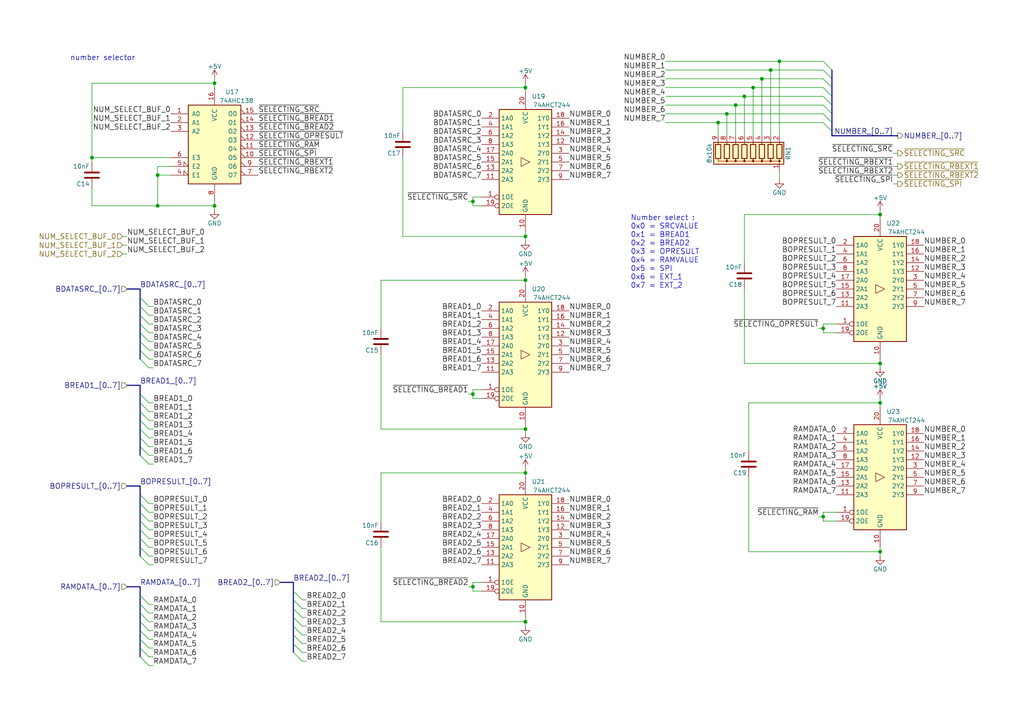
<source format=kicad_sch>
(kicad_sch (version 20230121) (generator eeschema)
  (paper "A4")
  (title_block (title "GP8B") (date "2022-07-08") (rev "V6.0") (company "Guillaume Guillet") (comment 1 "Copyright Guillaume Guillet 2022") (comment 2 "Licensed under CERN-OHL-W v2 or later"))
  (lib_symbols
    (symbol "74xx:74AHCT244"
      (property "Reference" "U" (at -7.62 16.51 0))
      (property "Value" "74AHCT244" (at -7.62 -16.51 0))
      (symbol "74AHCT244_1_0"
        (polyline (pts (xy 1.27 0) (xy -1.27 1.27) (xy -1.27 -1.27) (xy 1.27 0)) (stroke (width 0.1524)))
        (pin input inverted (at -12.7 -10.16 0) (length 5.08) (name "1OE") (number "1"))
        (pin power_in line (at 0 -20.32 90) (length 5.08) (name "GND") (number "10"))
        (pin input line (at -12.7 -5.08 0) (length 5.08) (name "2A3") (number "11"))
        (pin tri_state line (at 12.7 5.08 180) (length 5.08) (name "1Y3") (number "12"))
        (pin input line (at -12.7 -2.54 0) (length 5.08) (name "2A2") (number "13"))
        (pin tri_state line (at 12.7 7.62 180) (length 5.08) (name "1Y2") (number "14"))
        (pin input line (at -12.7 0 0) (length 5.08) (name "2A1") (number "15"))
        (pin tri_state line (at 12.7 10.16 180) (length 5.08) (name "1Y1") (number "16"))
        (pin input line (at -12.7 2.54 0) (length 5.08) (name "2A0") (number "17"))
        (pin tri_state line (at 12.7 12.7 180) (length 5.08) (name "1Y0") (number "18"))
        (pin input inverted (at -12.7 -12.7 0) (length 5.08) (name "2OE") (number "19"))
        (pin input line (at -12.7 12.7 0) (length 5.08) (name "1A0") (number "2"))
        (pin power_in line (at 0 20.32 270) (length 5.08) (name "VCC") (number "20"))
        (pin tri_state line (at 12.7 2.54 180) (length 5.08) (name "2Y0") (number "3"))
        (pin input line (at -12.7 10.16 0) (length 5.08) (name "1A1") (number "4"))
        (pin tri_state line (at 12.7 0 180) (length 5.08) (name "2Y1") (number "5"))
        (pin input line (at -12.7 7.62 0) (length 5.08) (name "1A2") (number "6"))
        (pin tri_state line (at 12.7 -2.54 180) (length 5.08) (name "2Y2") (number "7"))
        (pin input line (at -12.7 5.08 0) (length 5.08) (name "1A3") (number "8"))
        (pin tri_state line (at 12.7 -5.08 180) (length 5.08) (name "2Y3") (number "9"))
      )
      (symbol "74AHCT244_1_1"
        (rectangle (start -7.62 15.24) (end 7.62 -15.24) (stroke (width 0.254)) (fill (type background)))
      )
    )
    (symbol "74xx:74LS138" (pin_names (offset 1.016))
      (property "Reference" "U" (at -7.62 11.43 0))
      (property "Value" "74LS138" (at -7.62 -13.97 0))
      (symbol "74LS138_1_0"
        (pin input line (at -12.7 7.62 0) (length 5.08) (name "A0") (number "1"))
        (pin output output_low (at 12.7 -5.08 180) (length 5.08) (name "O5") (number "10"))
        (pin output output_low (at 12.7 -2.54 180) (length 5.08) (name "O4") (number "11"))
        (pin output output_low (at 12.7 0 180) (length 5.08) (name "O3") (number "12"))
        (pin output output_low (at 12.7 2.54 180) (length 5.08) (name "O2") (number "13"))
        (pin output output_low (at 12.7 5.08 180) (length 5.08) (name "O1") (number "14"))
        (pin output output_low (at 12.7 7.62 180) (length 5.08) (name "O0") (number "15"))
        (pin power_in line (at 0 15.24 270) (length 5.08) (name "VCC") (number "16"))
        (pin input line (at -12.7 5.08 0) (length 5.08) (name "A1") (number "2"))
        (pin input line (at -12.7 2.54 0) (length 5.08) (name "A2") (number "3"))
        (pin input input_low (at -12.7 -10.16 0) (length 5.08) (name "E1") (number "4"))
        (pin input input_low (at -12.7 -7.62 0) (length 5.08) (name "E2") (number "5"))
        (pin input line (at -12.7 -5.08 0) (length 5.08) (name "E3") (number "6"))
        (pin output output_low (at 12.7 -10.16 180) (length 5.08) (name "O7") (number "7"))
        (pin power_in line (at 0 -17.78 90) (length 5.08) (name "GND") (number "8"))
        (pin output output_low (at 12.7 -7.62 180) (length 5.08) (name "O6") (number "9"))
      )
      (symbol "74LS138_1_1"
        (rectangle (start -7.62 10.16) (end 7.62 -12.7) (stroke (width 0.254)) (fill (type background)))
      )
    )
    (symbol "Device:C" (pin_numbers hide) (pin_names (offset 0.254))
      (property "Reference" "C" (at 0.635 2.54 0))
      (property "Value" "C" (at 0.635 -2.54 0))
      (symbol "C_0_1"
        (polyline (pts (xy -2.032 -0.762) (xy 2.032 -0.762)) (stroke (width 0.508)))
        (polyline (pts (xy -2.032 0.762) (xy 2.032 0.762)) (stroke (width 0.508)))
      )
      (symbol "C_1_1"
        (pin passive line (at 0 3.81 270) (length 2.794) (name "~") (number "1"))
        (pin passive line (at 0 -3.81 90) (length 2.794) (name "~") (number "2"))
      )
    )
    (symbol "Device:R_Network08" (pin_names (offset 0) hide)
      (property "Reference" "RN" (at -12.7 0 90))
      (property "Value" "R_Network08" (at 10.16 0 90))
      (symbol "R_Network08_0_1"
        (rectangle (start -11.43 -3.175) (end 8.89 3.175) (stroke (width 0.254)) (fill (type background)))
        (rectangle (start -10.922 1.524) (end -9.398 -2.54) (stroke (width 0.254)))
        (circle (center -10.16 2.286) (radius 0.254) (fill (type outline)))
        (rectangle (start -8.382 1.524) (end -6.858 -2.54) (stroke (width 0.254)))
        (circle (center -7.62 2.286) (radius 0.254) (fill (type outline)))
        (rectangle (start -5.842 1.524) (end -4.318 -2.54) (stroke (width 0.254)))
        (circle (center -5.08 2.286) (radius 0.254) (fill (type outline)))
        (rectangle (start -3.302 1.524) (end -1.778 -2.54) (stroke (width 0.254)))
        (circle (center -2.54 2.286) (radius 0.254) (fill (type outline)))
        (rectangle (start -0.762 1.524) (end 0.762 -2.54) (stroke (width 0.254)))
        (polyline (pts (xy -10.16 -2.54) (xy -10.16 -3.81)))
        (polyline (pts (xy -7.62 -2.54) (xy -7.62 -3.81)))
        (polyline (pts (xy -5.08 -2.54) (xy -5.08 -3.81)))
        (polyline (pts (xy -2.54 -2.54) (xy -2.54 -3.81)))
        (polyline (pts (xy 0 -2.54) (xy 0 -3.81)))
        (polyline (pts (xy 2.54 -2.54) (xy 2.54 -3.81)))
        (polyline (pts (xy 5.08 -2.54) (xy 5.08 -3.81)))
        (polyline (pts (xy 7.62 -2.54) (xy 7.62 -3.81)))
        (polyline (pts (xy -10.16 1.524) (xy -10.16 2.286) (xy -7.62 2.286) (xy -7.62 1.524)))
        (polyline (pts (xy -7.62 1.524) (xy -7.62 2.286) (xy -5.08 2.286) (xy -5.08 1.524)))
        (polyline (pts (xy -5.08 1.524) (xy -5.08 2.286) (xy -2.54 2.286) (xy -2.54 1.524)))
        (polyline (pts (xy -2.54 1.524) (xy -2.54 2.286) (xy 0 2.286) (xy 0 1.524)))
        (polyline (pts (xy 0 1.524) (xy 0 2.286) (xy 2.54 2.286) (xy 2.54 1.524)))
        (polyline (pts (xy 2.54 1.524) (xy 2.54 2.286) (xy 5.08 2.286) (xy 5.08 1.524)))
        (polyline (pts (xy 5.08 1.524) (xy 5.08 2.286) (xy 7.62 2.286) (xy 7.62 1.524)))
        (circle (center 0 2.286) (radius 0.254) (fill (type outline)))
        (rectangle (start 1.778 1.524) (end 3.302 -2.54) (stroke (width 0.254)))
        (circle (center 2.54 2.286) (radius 0.254) (fill (type outline)))
        (rectangle (start 4.318 1.524) (end 5.842 -2.54) (stroke (width 0.254)))
        (circle (center 5.08 2.286) (radius 0.254) (fill (type outline)))
        (rectangle (start 6.858 1.524) (end 8.382 -2.54) (stroke (width 0.254)))
      )
      (symbol "R_Network08_1_1"
        (pin passive line (at -10.16 5.08 270) (length 2.54) (name "common") (number "1"))
        (pin passive line (at -10.16 -5.08 90) (length 1.27) (name "R1") (number "2"))
        (pin passive line (at -7.62 -5.08 90) (length 1.27) (name "R2") (number "3"))
        (pin passive line (at -5.08 -5.08 90) (length 1.27) (name "R3") (number "4"))
        (pin passive line (at -2.54 -5.08 90) (length 1.27) (name "R4") (number "5"))
        (pin passive line (at 0 -5.08 90) (length 1.27) (name "R5") (number "6"))
        (pin passive line (at 2.54 -5.08 90) (length 1.27) (name "R6") (number "7"))
        (pin passive line (at 5.08 -5.08 90) (length 1.27) (name "R7") (number "8"))
        (pin passive line (at 7.62 -5.08 90) (length 1.27) (name "R8") (number "9"))
      )
    )
    (symbol "power:+5V" (power) (pin_names (offset 0))
      (property "Value" "+5V" (at 0 3.556 0))
      (symbol "+5V_0_1"
        (polyline (pts (xy -0.762 1.27) (xy 0 2.54)))
        (polyline (pts (xy 0 0) (xy 0 2.54)))
        (polyline (pts (xy 0 2.54) (xy 0.762 1.27)))
      )
      (symbol "+5V_1_1"
        (pin power_in line (at 0 0 90) (length 0) hide (name "+5V") (number "1"))
      )
    )
    (symbol "power:GND" (power) (pin_names (offset 0))
      (property "Value" "GND" (at 0 -3.81 0))
      (symbol "GND_0_1"
        (polyline (pts (xy 0 0) (xy 0 -1.27) (xy 1.27 -1.27) (xy 0 -2.54) (xy -1.27 -1.27) (xy 0 -1.27)))
      )
      (symbol "GND_1_1"
        (pin power_in line (at 0 0 270) (length 0) hide (name "GND") (number "1"))
      )
    )
  )
  (junction (at 152.4 124.46))
  (junction (at 62.23 59.69))
  (junction (at 226.06 17.78))
  (junction (at 152.4 137.16))
  (junction (at 215.9 27.94))
  (junction (at 213.36 30.48))
  (junction (at 152.4 180.34))
  (junction (at 223.52 20.32))
  (junction (at 210.82 33.02))
  (junction (at 255.27 62.23))
  (junction (at 152.4 81.28))
  (junction (at 137.16 114.3))
  (junction (at 255.27 105.41))
  (junction (at 238.76 95.25))
  (junction (at 62.23 24.13))
  (junction (at 26.67 45.72))
  (junction (at 238.76 149.86))
  (junction (at 208.28 35.56))
  (junction (at 152.4 68.58))
  (junction (at 152.4 25.4))
  (junction (at 255.27 116.84))
  (junction (at 255.27 160.02))
  (junction (at 45.72 59.69))
  (junction (at 137.16 58.42))
  (junction (at 45.72 50.8))
  (junction (at 220.98 22.86))
  (junction (at 218.44 25.4))
  (junction (at 137.16 170.18))
  (bus_entry (at 40.64 172.72) (size 2.54 2.54))
  (bus_entry (at 40.64 124.46) (size 2.54 2.54))
  (bus_entry (at 40.64 146.05) (size 2.54 2.54))
  (bus_entry (at 85.09 189.23) (size 2.54 2.54))
  (bus_entry (at 40.64 104.14) (size 2.54 2.54))
  (bus_entry (at 40.64 93.98) (size 2.54 2.54))
  (bus_entry (at 40.64 116.84) (size 2.54 2.54))
  (bus_entry (at 40.64 114.3) (size 2.54 2.54))
  (bus_entry (at 40.64 96.52) (size 2.54 2.54))
  (bus_entry (at 85.09 173.99) (size 2.54 2.54))
  (bus_entry (at 40.64 185.42) (size 2.54 2.54))
  (bus_entry (at 40.64 119.38) (size 2.54 2.54))
  (bus_entry (at 238.76 30.48) (size 2.54 2.54))
  (bus_entry (at 40.64 132.08) (size 2.54 2.54))
  (bus_entry (at 40.64 158.75) (size 2.54 2.54))
  (bus_entry (at 85.09 186.69) (size 2.54 2.54))
  (bus_entry (at 85.09 181.61) (size 2.54 2.54))
  (bus_entry (at 40.64 101.6) (size 2.54 2.54))
  (bus_entry (at 40.64 177.8) (size 2.54 2.54))
  (bus_entry (at 40.64 151.13) (size 2.54 2.54))
  (bus_entry (at 40.64 127) (size 2.54 2.54))
  (bus_entry (at 85.09 179.07) (size 2.54 2.54))
  (bus_entry (at 40.64 129.54) (size 2.54 2.54))
  (bus_entry (at 40.64 182.88) (size 2.54 2.54))
  (bus_entry (at 238.76 17.78) (size 2.54 2.54))
  (bus_entry (at 238.76 33.02) (size 2.54 2.54))
  (bus_entry (at 40.64 121.92) (size 2.54 2.54))
  (bus_entry (at 40.64 148.59) (size 2.54 2.54))
  (bus_entry (at 40.64 88.9) (size 2.54 2.54))
  (bus_entry (at 40.64 153.67) (size 2.54 2.54))
  (bus_entry (at 85.09 176.53) (size 2.54 2.54))
  (bus_entry (at 40.64 187.96) (size 2.54 2.54))
  (bus_entry (at 238.76 35.56) (size 2.54 2.54))
  (bus_entry (at 40.64 91.44) (size 2.54 2.54))
  (bus_entry (at 40.64 99.06) (size 2.54 2.54))
  (bus_entry (at 85.09 184.15) (size 2.54 2.54))
  (bus_entry (at 238.76 22.86) (size 2.54 2.54))
  (bus_entry (at 40.64 190.5) (size 2.54 2.54))
  (bus_entry (at 85.09 171.45) (size 2.54 2.54))
  (bus_entry (at 40.64 156.21) (size 2.54 2.54))
  (bus_entry (at 238.76 25.4) (size 2.54 2.54))
  (bus_entry (at 238.76 27.94) (size 2.54 2.54))
  (bus_entry (at 40.64 175.26) (size 2.54 2.54))
  (bus_entry (at 238.76 20.32) (size 2.54 2.54))
  (bus_entry (at 40.64 143.51) (size 2.54 2.54))
  (bus_entry (at 40.64 180.34) (size 2.54 2.54))
  (bus_entry (at 40.64 86.36) (size 2.54 2.54))
  (bus_entry (at 40.64 161.29) (size 2.54 2.54))
  (bus (pts (xy 40.64 111.76) (xy 40.64 114.3)))
  (wire (pts (xy 62.23 59.69) (xy 45.72 59.69)))
  (wire (pts (xy 215.9 62.23) (xy 215.9 76.2)))
  (wire (pts (xy 35.56 68.58) (xy 36.83 68.58)))
  (wire (pts (xy 135.89 58.42) (xy 137.16 58.42)))
  (wire (pts (xy 255.27 62.23) (xy 215.9 62.23)))
  (wire (pts (xy 193.04 30.48) (xy 213.36 30.48)))
  (bus (pts (xy 40.64 116.84) (xy 40.64 119.38)))
  (wire (pts (xy 45.72 48.26) (xy 45.72 50.8)))
  (bus (pts (xy 40.64 91.44) (xy 40.64 93.98)))
  (wire (pts (xy 88.9 181.61) (xy 87.63 181.61)))
  (wire (pts (xy 116.84 45.72) (xy 116.84 68.58)))
  (wire (pts (xy 110.49 81.28) (xy 110.49 95.25)))
  (bus (pts (xy 241.3 22.86) (xy 241.3 25.4)))
  (wire (pts (xy 152.4 135.89) (xy 152.4 137.16)))
  (wire (pts (xy 43.18 129.54) (xy 44.45 129.54)))
  (wire (pts (xy 238.76 93.98) (xy 242.57 93.98)))
  (wire (pts (xy 137.16 171.45) (xy 139.7 171.45)))
  (bus (pts (xy 40.64 99.06) (xy 40.64 101.6)))
  (wire (pts (xy 43.18 119.38) (xy 44.45 119.38)))
  (wire (pts (xy 152.4 24.13) (xy 152.4 25.4)))
  (wire (pts (xy 44.45 146.05) (xy 43.18 146.05)))
  (wire (pts (xy 238.76 93.98) (xy 238.76 95.25)))
  (wire (pts (xy 218.44 25.4) (xy 238.76 25.4)))
  (bus (pts (xy 85.09 179.07) (xy 85.09 181.61)))
  (wire (pts (xy 238.76 96.52) (xy 242.57 96.52)))
  (wire (pts (xy 43.18 132.08) (xy 44.45 132.08)))
  (wire (pts (xy 259.08 53.34) (xy 260.35 53.34)))
  (wire (pts (xy 87.63 189.23) (xy 88.9 189.23)))
  (wire (pts (xy 220.98 22.86) (xy 238.76 22.86)))
  (bus (pts (xy 40.64 170.18) (xy 40.64 172.72)))
  (wire (pts (xy 193.04 35.56) (xy 208.28 35.56)))
  (wire (pts (xy 220.98 39.37) (xy 220.98 22.86)))
  (wire (pts (xy 43.18 156.21) (xy 44.45 156.21)))
  (wire (pts (xy 116.84 25.4) (xy 116.84 38.1)))
  (bus (pts (xy 40.64 86.36) (xy 40.64 88.9)))
  (wire (pts (xy 152.4 137.16) (xy 110.49 137.16)))
  (wire (pts (xy 135.89 114.3) (xy 137.16 114.3)))
  (wire (pts (xy 255.27 62.23) (xy 255.27 63.5)))
  (bus (pts (xy 40.64 129.54) (xy 40.64 132.08)))
  (wire (pts (xy 237.49 95.25) (xy 238.76 95.25)))
  (wire (pts (xy 43.18 106.68) (xy 44.45 106.68)))
  (wire (pts (xy 43.18 127) (xy 44.45 127)))
  (wire (pts (xy 43.18 121.92) (xy 44.45 121.92)))
  (wire (pts (xy 255.27 104.14) (xy 255.27 105.41)))
  (bus (pts (xy 40.64 151.13) (xy 40.64 153.67)))
  (bus (pts (xy 40.64 187.96) (xy 40.64 190.5)))
  (bus (pts (xy 85.09 186.69) (xy 85.09 189.23)))
  (bus (pts (xy 36.83 111.76) (xy 40.64 111.76)))
  (wire (pts (xy 255.27 158.75) (xy 255.27 160.02)))
  (bus (pts (xy 40.64 175.26) (xy 40.64 177.8)))
  (wire (pts (xy 152.4 137.16) (xy 152.4 138.43)))
  (wire (pts (xy 26.67 24.13) (xy 62.23 24.13)))
  (wire (pts (xy 255.27 105.41) (xy 255.27 106.68)))
  (wire (pts (xy 217.17 160.02) (xy 255.27 160.02)))
  (bus (pts (xy 241.3 25.4) (xy 241.3 27.94)))
  (wire (pts (xy 43.18 134.62) (xy 44.45 134.62)))
  (wire (pts (xy 223.52 20.32) (xy 238.76 20.32)))
  (wire (pts (xy 87.63 191.77) (xy 88.9 191.77)))
  (wire (pts (xy 193.04 17.78) (xy 226.06 17.78)))
  (wire (pts (xy 215.9 83.82) (xy 215.9 105.41)))
  (bus (pts (xy 40.64 121.92) (xy 40.64 124.46)))
  (wire (pts (xy 87.63 186.69) (xy 88.9 186.69)))
  (wire (pts (xy 43.18 190.5) (xy 44.45 190.5)))
  (wire (pts (xy 43.18 104.14) (xy 44.45 104.14)))
  (wire (pts (xy 43.18 96.52) (xy 44.45 96.52)))
  (wire (pts (xy 139.7 168.91) (xy 137.16 168.91)))
  (wire (pts (xy 259.08 48.26) (xy 260.35 48.26)))
  (wire (pts (xy 43.18 148.59) (xy 44.45 148.59)))
  (bus (pts (xy 40.64 185.42) (xy 40.64 187.96)))
  (wire (pts (xy 193.04 33.02) (xy 210.82 33.02)))
  (wire (pts (xy 152.4 123.19) (xy 152.4 124.46)))
  (wire (pts (xy 238.76 148.59) (xy 242.57 148.59)))
  (bus (pts (xy 40.64 182.88) (xy 40.64 185.42)))
  (wire (pts (xy 259.08 50.8) (xy 260.35 50.8)))
  (bus (pts (xy 40.64 124.46) (xy 40.64 127)))
  (bus (pts (xy 40.64 146.05) (xy 40.64 148.59)))
  (wire (pts (xy 43.18 193.04) (xy 44.45 193.04)))
  (bus (pts (xy 85.09 171.45) (xy 85.09 173.99)))
  (wire (pts (xy 152.4 25.4) (xy 116.84 25.4)))
  (bus (pts (xy 36.83 170.18) (xy 40.64 170.18)))
  (wire (pts (xy 110.49 124.46) (xy 152.4 124.46)))
  (bus (pts (xy 85.09 184.15) (xy 85.09 186.69)))
  (wire (pts (xy 110.49 102.87) (xy 110.49 124.46)))
  (wire (pts (xy 137.16 113.03) (xy 137.16 114.3)))
  (wire (pts (xy 43.18 124.46) (xy 44.45 124.46)))
  (wire (pts (xy 217.17 116.84) (xy 217.17 130.81)))
  (wire (pts (xy 213.36 39.37) (xy 213.36 30.48)))
  (bus (pts (xy 36.83 140.97) (xy 40.64 140.97)))
  (bus (pts (xy 85.09 173.99) (xy 85.09 176.53)))
  (wire (pts (xy 44.45 175.26) (xy 43.18 175.26)))
  (wire (pts (xy 87.63 176.53) (xy 88.9 176.53)))
  (wire (pts (xy 152.4 68.58) (xy 116.84 68.58)))
  (wire (pts (xy 45.72 59.69) (xy 26.67 59.69)))
  (wire (pts (xy 238.76 151.13) (xy 242.57 151.13)))
  (wire (pts (xy 215.9 39.37) (xy 215.9 27.94)))
  (wire (pts (xy 152.4 67.31) (xy 152.4 68.58)))
  (bus (pts (xy 85.09 176.53) (xy 85.09 179.07)))
  (wire (pts (xy 43.18 180.34) (xy 44.45 180.34)))
  (wire (pts (xy 43.18 99.06) (xy 44.45 99.06)))
  (bus (pts (xy 40.64 158.75) (xy 40.64 161.29)))
  (bus (pts (xy 36.83 83.82) (xy 40.64 83.82)))
  (wire (pts (xy 139.7 113.03) (xy 137.16 113.03)))
  (wire (pts (xy 223.52 39.37) (xy 223.52 20.32)))
  (wire (pts (xy 193.04 25.4) (xy 218.44 25.4)))
  (bus (pts (xy 40.64 143.51) (xy 40.64 146.05)))
  (bus (pts (xy 241.3 30.48) (xy 241.3 33.02)))
  (bus (pts (xy 40.64 180.34) (xy 40.64 182.88)))
  (wire (pts (xy 45.72 50.8) (xy 45.72 59.69)))
  (wire (pts (xy 137.16 168.91) (xy 137.16 170.18)))
  (wire (pts (xy 45.72 50.8) (xy 49.53 50.8)))
  (bus (pts (xy 81.28 168.91) (xy 85.09 168.91)))
  (bus (pts (xy 40.64 119.38) (xy 40.64 121.92)))
  (wire (pts (xy 43.18 153.67) (xy 44.45 153.67)))
  (wire (pts (xy 193.04 27.94) (xy 215.9 27.94)))
  (bus (pts (xy 40.64 96.52) (xy 40.64 99.06)))
  (bus (pts (xy 40.64 153.67) (xy 40.64 156.21)))
  (wire (pts (xy 26.67 54.61) (xy 26.67 59.69)))
  (wire (pts (xy 215.9 105.41) (xy 255.27 105.41)))
  (bus (pts (xy 40.64 114.3) (xy 40.64 116.84)))
  (wire (pts (xy 238.76 148.59) (xy 238.76 149.86)))
  (wire (pts (xy 137.16 58.42) (xy 137.16 59.69)))
  (wire (pts (xy 255.27 116.84) (xy 217.17 116.84)))
  (wire (pts (xy 259.08 44.45) (xy 260.35 44.45)))
  (bus (pts (xy 241.3 33.02) (xy 241.3 35.56)))
  (wire (pts (xy 137.16 115.57) (xy 139.7 115.57)))
  (wire (pts (xy 26.67 24.13) (xy 26.67 45.72)))
  (wire (pts (xy 62.23 60.96) (xy 62.23 59.69)))
  (bus (pts (xy 40.64 148.59) (xy 40.64 151.13)))
  (wire (pts (xy 255.27 160.02) (xy 255.27 161.29)))
  (wire (pts (xy 255.27 116.84) (xy 255.27 118.11)))
  (bus (pts (xy 40.64 83.82) (xy 40.64 86.36)))
  (wire (pts (xy 87.63 179.07) (xy 88.9 179.07)))
  (bus (pts (xy 85.09 168.91) (xy 85.09 171.45)))
  (wire (pts (xy 238.76 95.25) (xy 238.76 96.52)))
  (wire (pts (xy 35.56 71.12) (xy 36.83 71.12)))
  (bus (pts (xy 40.64 140.97) (xy 40.64 143.51)))
  (wire (pts (xy 193.04 20.32) (xy 223.52 20.32)))
  (wire (pts (xy 49.53 48.26) (xy 45.72 48.26)))
  (bus (pts (xy 40.64 93.98) (xy 40.64 96.52)))
  (wire (pts (xy 110.49 158.75) (xy 110.49 180.34)))
  (wire (pts (xy 255.27 60.96) (xy 255.27 62.23)))
  (bus (pts (xy 40.64 156.21) (xy 40.64 158.75)))
  (wire (pts (xy 208.28 35.56) (xy 238.76 35.56)))
  (wire (pts (xy 110.49 137.16) (xy 110.49 151.13)))
  (wire (pts (xy 43.18 185.42) (xy 44.45 185.42)))
  (wire (pts (xy 137.16 57.15) (xy 137.16 58.42)))
  (bus (pts (xy 241.3 27.94) (xy 241.3 30.48)))
  (wire (pts (xy 43.18 93.98) (xy 44.45 93.98)))
  (wire (pts (xy 43.18 91.44) (xy 44.45 91.44)))
  (wire (pts (xy 226.06 52.07) (xy 226.06 49.53)))
  (wire (pts (xy 110.49 81.28) (xy 152.4 81.28)))
  (wire (pts (xy 255.27 115.57) (xy 255.27 116.84)))
  (wire (pts (xy 217.17 138.43) (xy 217.17 160.02)))
  (wire (pts (xy 226.06 17.78) (xy 238.76 17.78)))
  (wire (pts (xy 44.45 88.9) (xy 43.18 88.9)))
  (bus (pts (xy 241.3 35.56) (xy 241.3 38.1)))
  (wire (pts (xy 43.18 182.88) (xy 44.45 182.88)))
  (wire (pts (xy 208.28 39.37) (xy 208.28 35.56)))
  (wire (pts (xy 43.18 116.84) (xy 44.45 116.84)))
  (wire (pts (xy 215.9 27.94) (xy 238.76 27.94)))
  (wire (pts (xy 35.56 73.66) (xy 36.83 73.66)))
  (wire (pts (xy 43.18 101.6) (xy 44.45 101.6)))
  (wire (pts (xy 152.4 180.34) (xy 110.49 180.34)))
  (wire (pts (xy 213.36 30.48) (xy 238.76 30.48)))
  (bus (pts (xy 241.3 38.1) (xy 241.3 39.37)))
  (wire (pts (xy 152.4 179.07) (xy 152.4 180.34)))
  (bus (pts (xy 40.64 177.8) (xy 40.64 180.34)))
  (wire (pts (xy 137.16 114.3) (xy 137.16 115.57)))
  (bus (pts (xy 40.64 88.9) (xy 40.64 91.44)))
  (wire (pts (xy 43.18 161.29) (xy 44.45 161.29)))
  (wire (pts (xy 152.4 180.34) (xy 152.4 181.61)))
  (wire (pts (xy 135.89 170.18) (xy 137.16 170.18)))
  (bus (pts (xy 40.64 127) (xy 40.64 129.54)))
  (wire (pts (xy 152.4 81.28) (xy 152.4 82.55)))
  (wire (pts (xy 152.4 25.4) (xy 152.4 26.67)))
  (wire (pts (xy 62.23 59.69) (xy 62.23 58.42)))
  (wire (pts (xy 87.63 173.99) (xy 88.9 173.99)))
  (wire (pts (xy 137.16 59.69) (xy 139.7 59.69)))
  (wire (pts (xy 218.44 39.37) (xy 218.44 25.4)))
  (wire (pts (xy 152.4 80.01) (xy 152.4 81.28)))
  (bus (pts (xy 40.64 101.6) (xy 40.64 104.14)))
  (wire (pts (xy 87.63 184.15) (xy 88.9 184.15)))
  (bus (pts (xy 40.64 172.72) (xy 40.64 175.26)))
  (wire (pts (xy 210.82 33.02) (xy 238.76 33.02)))
  (wire (pts (xy 226.06 39.37) (xy 226.06 17.78)))
  (wire (pts (xy 152.4 124.46) (xy 152.4 125.73)))
  (wire (pts (xy 43.18 177.8) (xy 44.45 177.8)))
  (wire (pts (xy 237.49 149.86) (xy 238.76 149.86)))
  (bus (pts (xy 85.09 181.61) (xy 85.09 184.15)))
  (wire (pts (xy 193.04 22.86) (xy 220.98 22.86)))
  (wire (pts (xy 152.4 68.58) (xy 152.4 69.85)))
  (wire (pts (xy 43.18 187.96) (xy 44.45 187.96)))
  (bus (pts (xy 241.3 20.32) (xy 241.3 22.86)))
  (wire (pts (xy 137.16 170.18) (xy 137.16 171.45)))
  (wire (pts (xy 26.67 45.72) (xy 26.67 46.99)))
  (wire (pts (xy 43.18 151.13) (xy 44.45 151.13)))
  (bus (pts (xy 241.3 39.37) (xy 260.35 39.37)))
  (wire (pts (xy 62.23 24.13) (xy 62.23 25.4)))
  (wire (pts (xy 238.76 149.86) (xy 238.76 151.13)))
  (wire (pts (xy 43.18 158.75) (xy 44.45 158.75)))
  (wire (pts (xy 26.67 45.72) (xy 49.53 45.72)))
  (wire (pts (xy 43.18 163.83) (xy 44.45 163.83)))
  (wire (pts (xy 139.7 57.15) (xy 137.16 57.15)))
  (wire (pts (xy 62.23 22.86) (xy 62.23 24.13)))
  (wire (pts (xy 210.82 39.37) (xy 210.82 33.02)))
  (text "Number select :\n0x0 = SRCVALUE\n0x1 = BREAD1\n0x2 = BREAD2\n0x3 = OPRESULT\n0x4 = RAMVALUE\n0x5 = SPI\n0x6 = EXT_1\n0x7 = EXT_2" (at 182.88 83.82 0) (effects (font (size 1.524 1.524)) (justify left bottom)))
  (text "number selector" (at 20.32 17.78 0) (effects (font (size 1.524 1.524)) (justify left bottom)))
  (label "RAMDATA_7" (at 242.57 143.51 180) (effects (font (size 1.524 1.524))))
  (label "BDATASRC_0" (at 44.45 88.9 0) (effects (font (size 1.524 1.524))))
  (label "NUMBER_7" (at 267.97 143.51 0) (effects (font (size 1.524 1.524))))
  (label "NUMBER_0" (at 193.04 17.78 180) (effects (font (size 1.524 1.524))))
  (label "BREAD1_1" (at 139.7 92.71 180) (effects (font (size 1.524 1.524))))
  (label "BREAD1_2" (at 44.45 121.92 0) (effects (font (size 1.524 1.524))))
  (label "BREAD2_3" (at 139.7 153.67 180) (effects (font (size 1.524 1.524))))
  (label "BREAD2_2" (at 139.7 151.13 180) (effects (font (size 1.524 1.524))))
  (label "NUMBER_4" (at 267.97 81.28 0) (effects (font (size 1.524 1.524))))
  (label "BOPRESULT_5" (at 44.45 158.75 0) (effects (font (size 1.524 1.524))))
  (label "NUMBER_7" (at 165.1 52.07 0) (effects (font (size 1.524 1.524))))
  (label "NUMBER_5" (at 165.1 102.87 0) (effects (font (size 1.524 1.524))))
  (label "NUMBER_7" (at 165.1 107.95 0) (effects (font (size 1.524 1.524))))
  (label "NUMBER_4" (at 165.1 100.33 0) (effects (font (size 1.524 1.524))))
  (label "BOPRESULT_7" (at 242.57 88.9 180) (effects (font (size 1.524 1.524))))
  (label "NUMBER_5" (at 165.1 46.99 0) (effects (font (size 1.524 1.524))))
  (label "BOPRESULT_0" (at 44.45 146.05 0) (effects (font (size 1.524 1.524))))
  (label "NUMBER_0" (at 165.1 146.05 0) (effects (font (size 1.524 1.524))))
  (label "NUMBER_3" (at 267.97 78.74 0) (effects (font (size 1.524 1.524))))
  (label "BREAD1_0" (at 139.7 90.17 180) (effects (font (size 1.524 1.524))))
  (label "NUMBER_7" (at 193.04 35.56 180) (effects (font (size 1.524 1.524))))
  (label "RAMDATA_2" (at 44.45 180.34 0) (effects (font (size 1.524 1.524))))
  (label "~{SELECTING_RBEXT2}" (at 259.08 50.8 180) (effects (font (size 1.524 1.524))))
  (label "~{SELECTING_SRC}" (at 135.89 58.42 180) (effects (font (size 1.524 1.524))))
  (label "~{SELECTING_RBEXT2}" (at 74.93 50.8 0) (effects (font (size 1.524 1.524))))
  (label "BREAD1_6" (at 44.45 132.08 0) (effects (font (size 1.524 1.524))))
  (label "BREAD2_6" (at 139.7 161.29 180) (effects (font (size 1.524 1.524))))
  (label "BDATASRC_5" (at 44.45 101.6 0) (effects (font (size 1.524 1.524))))
  (label "BDATASRC_1" (at 44.45 91.44 0) (effects (font (size 1.524 1.524))))
  (label "RAMDATA_4" (at 242.57 135.89 180) (effects (font (size 1.524 1.524))))
  (label "NUMBER_6" (at 165.1 105.41 0) (effects (font (size 1.524 1.524))))
  (label "~{SELECTING_OPRESULT}" (at 237.49 95.25 180) (effects (font (size 1.524 1.524))))
  (label "~{SELECTING_BREAD2}" (at 135.89 170.18 180) (effects (font (size 1.524 1.524))))
  (label "BREAD1_0" (at 44.45 116.84 0) (effects (font (size 1.524 1.524))))
  (label "NUMBER_5" (at 193.04 30.48 180) (effects (font (size 1.524 1.524))))
  (label "NUM_SELECT_BUF_1" (at 49.53 35.56 180) (effects (font (size 1.524 1.524))))
  (label "BREAD1_7" (at 139.7 107.95 180) (effects (font (size 1.524 1.524))))
  (label "RAMDATA_0" (at 44.45 175.26 0) (effects (font (size 1.524 1.524))))
  (label "BOPRESULT_2" (at 44.45 151.13 0) (effects (font (size 1.524 1.524))))
  (label "BOPRESULT_2" (at 242.57 76.2 180) (effects (font (size 1.524 1.524))))
  (label "NUMBER_2" (at 165.1 95.25 0) (effects (font (size 1.524 1.524))))
  (label "BREAD1_[0..7]" (at 40.64 111.76 0) (effects (font (size 1.524 1.524))))
  (label "NUMBER_2" (at 267.97 76.2 0) (effects (font (size 1.524 1.524))))
  (label "NUM_SELECT_BUF_1" (at 36.83 71.12 0) (effects (font (size 1.524 1.524))))
  (label "BREAD1_2" (at 139.7 95.25 180) (effects (font (size 1.524 1.524))))
  (label "NUMBER_4" (at 165.1 44.45 0) (effects (font (size 1.524 1.524))))
  (label "BREAD2_4" (at 88.9 184.15 0) (effects (font (size 1.524 1.524))))
  (label "RAMDATA_1" (at 242.57 128.27 180) (effects (font (size 1.524 1.524))))
  (label "NUMBER_3" (at 165.1 97.79 0) (effects (font (size 1.524 1.524))))
  (label "NUM_SELECT_BUF_2" (at 49.53 38.1 180) (effects (font (size 1.524 1.524))))
  (label "NUMBER_1" (at 165.1 36.83 0) (effects (font (size 1.524 1.524))))
  (label "~{SELECTING_RBEXT1}" (at 74.93 48.26 0) (effects (font (size 1.524 1.524))))
  (label "NUMBER_3" (at 165.1 41.91 0) (effects (font (size 1.524 1.524))))
  (label "BREAD2_3" (at 88.9 181.61 0) (effects (font (size 1.524 1.524))))
  (label "BDATASRC_7" (at 44.45 106.68 0) (effects (font (size 1.524 1.524))))
  (label "RAMDATA_5" (at 242.57 138.43 180) (effects (font (size 1.524 1.524))))
  (label "NUMBER_4" (at 193.04 27.94 180) (effects (font (size 1.524 1.524))))
  (label "BREAD2_5" (at 139.7 158.75 180) (effects (font (size 1.524 1.524))))
  (label "BOPRESULT_0" (at 242.57 71.12 180) (effects (font (size 1.524 1.524))))
  (label "~{SELECTING_SRC}" (at 259.08 44.45 180) (effects (font (size 1.524 1.524))))
  (label "BREAD1_5" (at 44.45 129.54 0) (effects (font (size 1.524 1.524))))
  (label "NUMBER_6" (at 193.04 33.02 180) (effects (font (size 1.524 1.524))))
  (label "~{SELECTING_SPI}" (at 259.08 53.34 180) (effects (font (size 1.524 1.524))))
  (label "NUMBER_0" (at 267.97 71.12 0) (effects (font (size 1.524 1.524))))
  (label "NUMBER_5" (at 267.97 83.82 0) (effects (font (size 1.524 1.524))))
  (label "RAMDATA_6" (at 242.57 140.97 180) (effects (font (size 1.524 1.524))))
  (label "~{SELECTING_BREAD1}" (at 135.89 114.3 180) (effects (font (size 1.524 1.524))))
  (label "NUMBER_0" (at 267.97 125.73 0) (effects (font (size 1.524 1.524))))
  (label "RAMDATA_7" (at 44.45 193.04 0) (effects (font (size 1.524 1.524))))
  (label "NUMBER_4" (at 267.97 135.89 0) (effects (font (size 1.524 1.524))))
  (label "BREAD1_7" (at 44.45 134.62 0) (effects (font (size 1.524 1.524))))
  (label "NUMBER_2" (at 165.1 151.13 0) (effects (font (size 1.524 1.524))))
  (label "BREAD2_1" (at 139.7 148.59 180) (effects (font (size 1.524 1.524))))
  (label "NUM_SELECT_BUF_0" (at 49.53 33.02 180) (effects (font (size 1.524 1.524))))
  (label "BREAD1_6" (at 139.7 105.41 180) (effects (font (size 1.524 1.524))))
  (label "BOPRESULT_1" (at 242.57 73.66 180) (effects (font (size 1.524 1.524))))
  (label "~{SELECTING_RBEXT1}" (at 259.08 48.26 180) (effects (font (size 1.524 1.524))))
  (label "NUMBER_1" (at 165.1 148.59 0) (effects (font (size 1.524 1.524))))
  (label "BREAD2_1" (at 88.9 176.53 0) (effects (font (size 1.524 1.524))))
  (label "BREAD1_1" (at 44.45 119.38 0) (effects (font (size 1.524 1.524))))
  (label "BREAD2_5" (at 88.9 186.69 0) (effects (font (size 1.524 1.524))))
  (label "BREAD2_4" (at 139.7 156.21 180) (effects (font (size 1.524 1.524))))
  (label "NUMBER_2" (at 193.04 22.86 180) (effects (font (size 1.524 1.524))))
  (label "BDATASRC_[0..7]" (at 40.64 83.82 0) (effects (font (size 1.524 1.524))))
  (label "NUMBER_6" (at 165.1 161.29 0) (effects (font (size 1.524 1.524))))
  (label "RAMDATA_2" (at 242.57 130.81 180) (effects (font (size 1.524 1.524))))
  (label "BREAD2_[0..7]" (at 85.09 168.91 0) (effects (font (size 1.524 1.524))))
  (label "BDATASRC_5" (at 139.7 46.99 180) (effects (font (size 1.524 1.524))))
  (label "NUM_SELECT_BUF_0" (at 36.83 68.58 0) (effects (font (size 1.524 1.524))))
  (label "BOPRESULT_7" (at 44.45 163.83 0) (effects (font (size 1.524 1.524))))
  (label "NUMBER_3" (at 193.04 25.4 180) (effects (font (size 1.524 1.524))))
  (label "BOPRESULT_6" (at 44.45 161.29 0) (effects (font (size 1.524 1.524))))
  (label "BREAD1_5" (at 139.7 102.87 180) (effects (font (size 1.524 1.524))))
  (label "BREAD2_0" (at 139.7 146.05 180) (effects (font (size 1.524 1.524))))
  (label "NUMBER_7" (at 267.97 88.9 0) (effects (font (size 1.524 1.524))))
  (label "NUM_SELECT_BUF_2" (at 36.83 73.66 0) (effects (font (size 1.524 1.524))))
  (label "BOPRESULT_[0..7]" (at 40.64 140.97 0) (effects (font (size 1.524 1.524))))
  (label "NUMBER_5" (at 165.1 158.75 0) (effects (font (size 1.524 1.524))))
  (label "BDATASRC_3" (at 139.7 41.91 180) (effects (font (size 1.524 1.524))))
  (label "~{SELECTING_RAM}" (at 237.49 149.86 180) (effects (font (size 1.524 1.524))))
  (label "BDATASRC_4" (at 139.7 44.45 180) (effects (font (size 1.524 1.524))))
  (label "NUMBER_6" (at 267.97 86.36 0) (effects (font (size 1.524 1.524))))
  (label "RAMDATA_1" (at 44.45 177.8 0) (effects (font (size 1.524 1.524))))
  (label "RAMDATA_[0..7]" (at 40.64 170.18 0) (effects (font (size 1.524 1.524))))
  (label "BOPRESULT_3" (at 242.57 78.74 180) (effects (font (size 1.524 1.524))))
  (label "BREAD2_0" (at 88.9 173.99 0) (effects (font (size 1.524 1.524))))
  (label "RAMDATA_5" (at 44.45 187.96 0) (effects (font (size 1.524 1.524))))
  (label "BDATASRC_6" (at 44.45 104.14 0) (effects (font (size 1.524 1.524))))
  (label "BDATASRC_6" (at 139.7 49.53 180) (effects (font (size 1.524 1.524))))
  (label "~{SELECTING_SRC}" (at 74.93 33.02 0) (effects (font (size 1.524 1.524))))
  (label "BREAD2_7" (at 139.7 163.83 180) (effects (font (size 1.524 1.524))))
  (label "BDATASRC_1" (at 139.7 36.83 180) (effects (font (size 1.524 1.524))))
  (label "BREAD1_3" (at 44.45 124.46 0) (effects (font (size 1.524 1.524))))
  (label "BOPRESULT_4" (at 44.45 156.21 0) (effects (font (size 1.524 1.524))))
  (label "NUMBER_[0..7]" (at 259.08 39.37 180) (effects (font (size 1.524 1.524))))
  (label "BOPRESULT_5" (at 242.57 83.82 180) (effects (font (size 1.524 1.524))))
  (label "BDATASRC_3" (at 44.45 96.52 0) (effects (font (size 1.524 1.524))))
  (label "~{SELECTING_RAM}" (at 74.93 43.18 0) (effects (font (size 1.524 1.524))))
  (label "NUMBER_3" (at 267.97 133.35 0) (effects (font (size 1.524 1.524))))
  (label "~{SELECTING_BREAD2}" (at 74.93 38.1 0) (effects (font (size 1.524 1.524))))
  (label "BREAD1_3" (at 139.7 97.79 180) (effects (font (size 1.524 1.524))))
  (label "NUMBER_4" (at 165.1 156.21 0) (effects (font (size 1.524 1.524))))
  (label "BOPRESULT_6" (at 242.57 86.36 180) (effects (font (size 1.524 1.524))))
  (label "BREAD1_4" (at 44.45 127 0) (effects (font (size 1.524 1.524))))
  (label "NUMBER_7" (at 165.1 163.83 0) (effects (font (size 1.524 1.524))))
  (label "BOPRESULT_3" (at 44.45 153.67 0) (effects (font (size 1.524 1.524))))
  (label "~{SELECTING_BREAD1}" (at 74.93 35.56 0) (effects (font (size 1.524 1.524))))
  (label "NUMBER_2" (at 165.1 39.37 0) (effects (font (size 1.524 1.524))))
  (label "NUMBER_1" (at 193.04 20.32 180) (effects (font (size 1.524 1.524))))
  (label "RAMDATA_0" (at 242.57 125.73 180) (effects (font (size 1.524 1.524))))
  (label "RAMDATA_3" (at 44.45 182.88 0) (effects (font (size 1.524 1.524))))
  (label "BDATASRC_0" (at 139.7 34.29 180) (effects (font (size 1.524 1.524))))
  (label "BDATASRC_7" (at 139.7 52.07 180) (effects (font (size 1.524 1.524))))
  (label "BOPRESULT_1" (at 44.45 148.59 0) (effects (font (size 1.524 1.524))))
  (label "NUMBER_6" (at 267.97 140.97 0) (effects (font (size 1.524 1.524))))
  (label "NUMBER_0" (at 165.1 34.29 0) (effects (font (size 1.524 1.524))))
  (label "RAMDATA_3" (at 242.57 133.35 180) (effects (font (size 1.524 1.524))))
  (label "BDATASRC_2" (at 44.45 93.98 0) (effects (font (size 1.524 1.524))))
  (label "BREAD2_6" (at 88.9 189.23 0) (effects (font (size 1.524 1.524))))
  (label "NUMBER_0" (at 165.1 90.17 0) (effects (font (size 1.524 1.524))))
  (label "NUMBER_2" (at 267.97 130.81 0) (effects (font (size 1.524 1.524))))
  (label "~{SELECTING_SPI}" (at 74.93 45.72 0) (effects (font (size 1.524 1.524))))
  (label "NUMBER_1" (at 267.97 73.66 0) (effects (font (size 1.524 1.524))))
  (label "NUMBER_1" (at 165.1 92.71 0) (effects (font (size 1.524 1.524))))
  (label "NUMBER_5" (at 267.97 138.43 0) (effects (font (size 1.524 1.524))))
  (label "~{SELECTING_OPRESULT}" (at 74.93 40.64 0) (effects (font (size 1.524 1.524))))
  (label "BREAD2_2" (at 88.9 179.07 0) (effects (font (size 1.524 1.524))))
  (label "NUMBER_1" (at 267.97 128.27 0) (effects (font (size 1.524 1.524))))
  (label "NUMBER_6" (at 165.1 49.53 0) (effects (font (size 1.524 1.524))))
  (label "BDATASRC_4" (at 44.45 99.06 0) (effects (font (size 1.524 1.524))))
  (label "BREAD1_4" (at 139.7 100.33 180) (effects (font (size 1.524 1.524))))
  (label "BDATASRC_2" (at 139.7 39.37 180) (effects (font (size 1.524 1.524))))
  (label "RAMDATA_6" (at 44.45 190.5 0) (effects (font (size 1.524 1.524))))
  (label "BOPRESULT_4" (at 242.57 81.28 180) (effects (font (size 1.524 1.524))))
  (label "BREAD2_7" (at 88.9 191.77 0) (effects (font (size 1.524 1.524))))
  (label "NUMBER_3" (at 165.1 153.67 0) (effects (font (size 1.524 1.524))))
  (label "RAMDATA_4" (at 44.45 185.42 0) (effects (font (size 1.524 1.524))))
  (hierarchical_label "BDATASRC_[0..7]" (shape input) (at 36.83 83.82 180) (effects (font (size 1.524 1.524))))
  (hierarchical_label "NUMBER_[0..7]" (shape output) (at 260.35 39.37 0) (effects (font (size 1.524 1.524))))
  (hierarchical_label "NUM_SELECT_BUF_1" (shape input) (at 35.56 71.12 180) (effects (font (size 1.524 1.524))))
  (hierarchical_label "~{SELECTING_RBEXT2}" (shape output) (at 260.35 50.8 0) (effects (font (size 1.524 1.524))))
  (hierarchical_label "BOPRESULT_[0..7]" (shape input) (at 36.83 140.97 180) (effects (font (size 1.524 1.524))))
  (hierarchical_label "NUM_SELECT_BUF_2" (shape input) (at 35.56 73.66 180) (effects (font (size 1.524 1.524))))
  (hierarchical_label "~{SELECTING_SPI}" (shape output) (at 260.35 53.34 0) (effects (font (size 1.524 1.524))))
  (hierarchical_label "BREAD1_[0..7]" (shape input) (at 36.83 111.76 180) (effects (font (size 1.524 1.524))))
  (hierarchical_label "BREAD2_[0..7]" (shape input) (at 81.28 168.91 180) (effects (font (size 1.524 1.524))))
  (hierarchical_label "~{SELECTING_SRC}" (shape output) (at 260.35 44.45 0) (effects (font (size 1.524 1.524))))
  (hierarchical_label "NUM_SELECT_BUF_0" (shape input) (at 35.56 68.58 180) (effects (font (size 1.524 1.524))))
  (hierarchical_label "RAMDATA_[0..7]" (shape input) (at 36.83 170.18 180) (effects (font (size 1.524 1.524))))
  (hierarchical_label "~{SELECTING_RBEXT1}" (shape output) (at 260.35 48.26 0) (effects (font (size 1.524 1.524))))
  (symbol (lib_id "Device:C") (at 116.84 41.91 180) (unit 1)
    (property "Reference" "C17" (at 116.205 44.45 0) (effects (justify left)))
    (property "Value" "10nF" (at 116.205 39.37 0) (effects (justify left)))
    (property "Footprint" "Capacitor_SMD:C_0805_2012Metric" (effects hide))
  )
  (symbol (lib_id "Device:C") (at 110.49 99.06 180) (unit 1)
    (property "Reference" "C15" (at 109.855 101.6 0) (effects (justify left)))
    (property "Value" "10nF" (at 109.855 96.52 0) (effects (justify left)))
    (property "Footprint" "Capacitor_SMD:C_0805_2012Metric" (effects hide))
  )
  (symbol (lib_id "Device:C") (at 215.9 80.01 180) (unit 1)
    (property "Reference" "C18" (at 215.265 82.55 0) (effects (justify left)))
    (property "Value" "10nF" (at 215.265 77.47 0) (effects (justify left)))
    (property "Footprint" "Capacitor_SMD:C_0805_2012Metric" (effects hide))
  )
  (symbol (lib_id "power:+5V") (at 62.23 22.86 0) (unit 1)
    (property "Reference" "#PWR045" (effects hide))
    (property "Value" "+5V" (at 62.23 19.304 0))
  )
  (symbol (lib_id "power:GND") (at 62.23 60.96 0) (unit 1)
    (property "Reference" "#PWR046" (effects hide))
    (property "Value" "GND" (at 62.23 64.77 0))
  )
  (symbol (lib_id "Device:C") (at 26.67 50.8 180) (unit 1)
    (property "Reference" "C14" (at 26.035 53.34 0) (effects (justify left)))
    (property "Value" "10nF" (at 26.035 48.26 0) (effects (justify left)))
    (property "Footprint" "Capacitor_SMD:C_0805_2012Metric" (effects hide))
  )
  (symbol (lib_id "power:GND") (at 226.06 52.07 0) (mirror y) (unit 1)
    (property "Reference" "#PWR047" (effects hide))
    (property "Value" "GND" (at 226.06 55.88 0))
  )
  (symbol (lib_id "Device:C") (at 217.17 134.62 180) (unit 1)
    (property "Reference" "C19" (at 216.535 137.16 0) (effects (justify left)))
    (property "Value" "10nF" (at 216.535 132.08 0) (effects (justify left)))
    (property "Footprint" "Capacitor_SMD:C_0805_2012Metric" (effects hide))
  )
  (symbol (lib_id "Device:R_Network08") (at 215.9 44.45 180) (unit 1)
    (property "Reference" "RN1" (at 228.6 44.45 90))
    (property "Value" "8x10k" (at 205.74 44.45 90))
    (property "Footprint" "Resistor_THT:R_Array_SIP9" (effects hide))
    (property "Datasheet" "http://www.vishay.com/docs/31509/csc.pdf" (effects hide))
  )
  (symbol (lib_id "Device:C") (at 110.49 154.94 180) (unit 1)
    (property "Reference" "C16" (at 109.855 157.48 0) (effects (justify left)))
    (property "Value" "10nF" (at 109.855 152.4 0) (effects (justify left)))
    (property "Footprint" "Capacitor_SMD:C_0805_2012Metric" (effects hide))
  )
  (symbol (lib_id "power:+5V") (at 255.27 60.96 0) (unit 1)
    (property "Reference" "#PWR0107" (effects hide))
    (property "Value" "+5V" (at 255.27 57.404 0))
  )
  (symbol (lib_id "power:GND") (at 255.27 106.68 0) (unit 1)
    (property "Reference" "#PWR0108" (effects hide))
    (property "Value" "GND" (at 255.27 110.49 0))
  )
  (symbol (lib_id "power:+5V") (at 255.27 115.57 0) (unit 1)
    (property "Reference" "#PWR0109" (effects hide))
    (property "Value" "+5V" (at 255.27 112.014 0))
  )
  (symbol (lib_id "power:GND") (at 255.27 161.29 0) (unit 1)
    (property "Reference" "#PWR0110" (effects hide))
    (property "Value" "GND" (at 255.27 165.1 0))
  )
  (symbol (lib_id "power:+5V") (at 152.4 24.13 0) (unit 1)
    (property "Reference" "#PWR0111" (effects hide))
    (property "Value" "+5V" (at 152.4 20.574 0))
  )
  (symbol (lib_id "power:GND") (at 152.4 69.85 0) (unit 1)
    (property "Reference" "#PWR0112" (effects hide))
    (property "Value" "GND" (at 152.4 73.66 0))
  )
  (symbol (lib_id "power:+5V") (at 152.4 80.01 0) (unit 1)
    (property "Reference" "#PWR0113" (effects hide))
    (property "Value" "+5V" (at 152.4 76.454 0))
  )
  (symbol (lib_id "power:GND") (at 152.4 125.73 0) (unit 1)
    (property "Reference" "#PWR0114" (effects hide))
    (property "Value" "GND" (at 152.4 129.54 0))
  )
  (symbol (lib_id "power:+5V") (at 152.4 135.89 0) (unit 1)
    (property "Reference" "#PWR0115" (effects hide))
    (property "Value" "+5V" (at 152.4 132.334 0))
  )
  (symbol (lib_id "power:GND") (at 152.4 181.61 0) (unit 1)
    (property "Reference" "#PWR0116" (effects hide))
    (property "Value" "GND" (at 152.4 185.42 0))
  )
  (symbol (lib_id "74xx:74LS138") (at 62.23 40.64 0) (unit 1)
    (property "Reference" "U17" (at 67.31 26.67 0))
    (property "Value" "74AHC138" (at 68.58 29.21 0))
    (property "Footprint" "Package_SO:SOIC-16W_5.3x10.2mm_P1.27mm" (effects hide))
    (property "Datasheet" "http://www.ti.com/lit/gpn/sn74LS138" (effects hide))
  )
  (symbol (lib_id "74xx:74AHCT244") (at 152.4 46.99 0) (unit 1)
    (property "Reference" "U19" (at 156.21 27.94 0))
    (property "Value" "74AHCT244" (at 160.02 30.48 0))
    (property "Footprint" "Package_SO:SOIC-20W_7.5x12.8mm_P1.27mm" (effects hide))
    (property "Datasheet" "https://assets.nexperia.com/documents/data-sheet/74AHC_AHCT244.pdf" (effects hide))
  )
  (symbol (lib_id "74xx:74AHCT244") (at 152.4 102.87 0) (unit 1)
    (property "Reference" "U20" (at 156.21 83.82 0))
    (property "Value" "74AHCT244" (at 160.02 86.36 0))
    (property "Footprint" "Package_SO:SOIC-20W_7.5x12.8mm_P1.27mm" (effects hide))
    (property "Datasheet" "https://assets.nexperia.com/documents/data-sheet/74AHC_AHCT244.pdf" (effects hide))
  )
  (symbol (lib_id "74xx:74AHCT244") (at 255.27 83.82 0) (unit 1)
    (property "Reference" "U22" (at 259.08 64.77 0))
    (property "Value" "74AHCT244" (at 262.89 67.31 0))
    (property "Footprint" "Package_SO:SOIC-20W_7.5x12.8mm_P1.27mm" (effects hide))
    (property "Datasheet" "https://assets.nexperia.com/documents/data-sheet/74AHC_AHCT244.pdf" (effects hide))
  )
  (symbol (lib_id "74xx:74AHCT244") (at 152.4 158.75 0) (unit 1)
    (property "Reference" "U21" (at 156.21 139.7 0))
    (property "Value" "74AHCT244" (at 160.02 142.24 0))
    (property "Footprint" "Package_SO:SOIC-20W_7.5x12.8mm_P1.27mm" (effects hide))
    (property "Datasheet" "https://assets.nexperia.com/documents/data-sheet/74AHC_AHCT244.pdf" (effects hide))
  )
  (symbol (lib_id "74xx:74AHCT244") (at 255.27 138.43 0) (unit 1)
    (property "Reference" "U23" (at 259.08 119.38 0))
    (property "Value" "74AHCT244" (at 262.89 121.92 0))
    (property "Footprint" "Package_SO:SOIC-20W_7.5x12.8mm_P1.27mm" (effects hide))
    (property "Datasheet" "https://assets.nexperia.com/documents/data-sheet/74AHC_AHCT244.pdf" (effects hide))
  )
)
</source>
